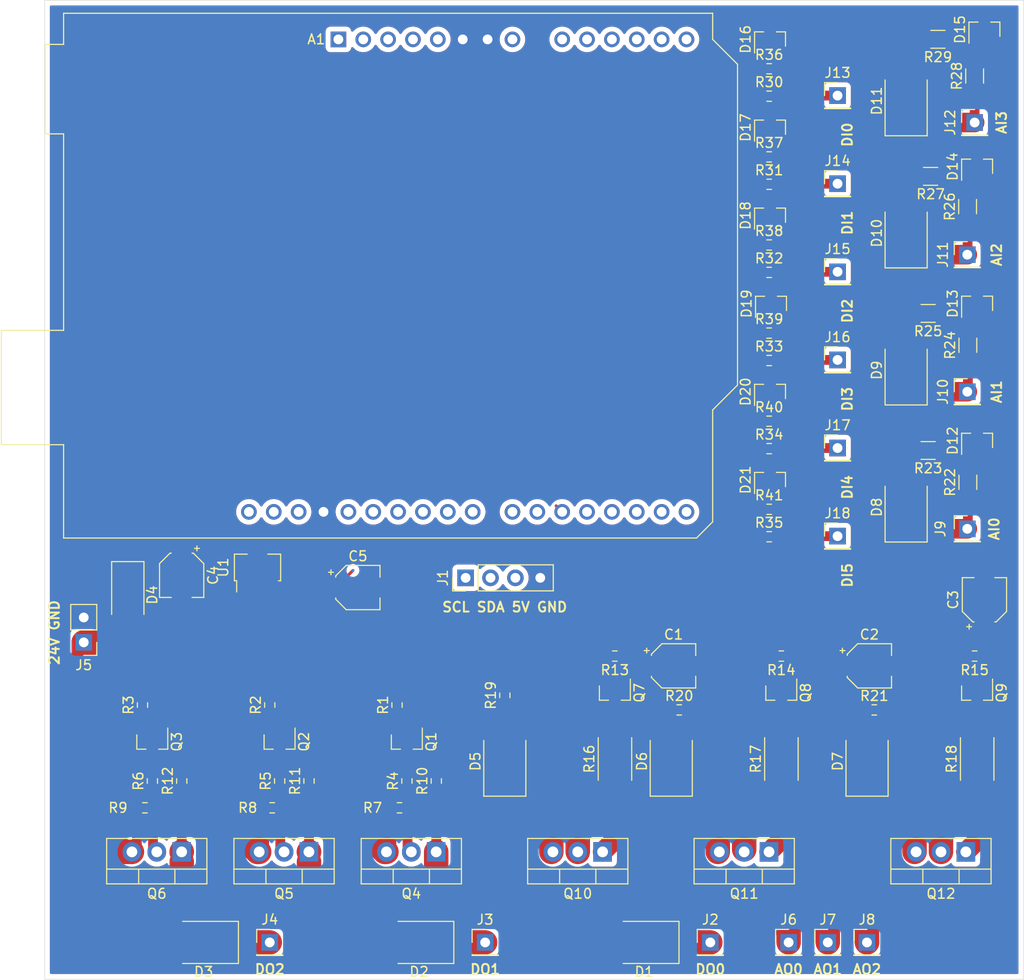
<source format=kicad_pcb>
(kicad_pcb (version 20171130) (host pcbnew "(5.1.12)-1")
  (layers (0 F.Cu signal) (31 B.Cu signal) (34 B.Paste user) (35 F.Paste user) (36 B.SilkS user) (37 F.SilkS user) (38 B.Mask user) (39 F.Mask user) (44 Edge.Cuts user))
  (net 0 "")
  (net 1 "Net-(A1-Pad16)")
  (net 2 "Net-(A1-Pad15)")
  (net 3 "Net-(A1-Pad30)")
  (net 4 /SCL)
  (net 5 GND)
  (net 6 /SDA)
  (net 7 /D13)
  (net 8 /A3)
  (net 9 /D12)
  (net 10 /A2)
  (net 11 /D11)
  (net 12 /A1)
  (net 13 /D10)
  (net 14 /A0)
  (net 15 /D9)
  (net 16 +12V)
  (net 17 /D8)
  (net 18 /DI7)
  (net 19 /DI6)
  (net 20 +5V)
  (net 21 /DI5)
  (net 22 "Net-(A1-Pad4)")
  (net 23 /DI4)
  (net 24 "Net-(A1-Pad3)")
  (net 25 /DI3)
  (net 26 "Net-(A1-Pad2)")
  (net 27 /DI2)
  (net 28 "Net-(A1-Pad1)")
  (net 29 "Net-(C1-Pad1)")
  (net 30 "Net-(C2-Pad1)")
  (net 31 "Net-(C3-Pad1)")
  (net 32 "Net-(C4-Pad1)")
  (net 33 "Net-(D1-Pad2)")
  (net 34 /DO_0)
  (net 35 "Net-(D2-Pad2)")
  (net 36 /DO_1)
  (net 37 "Net-(D3-Pad2)")
  (net 38 /DO_2)
  (net 39 +24V)
  (net 40 "Net-(D5-Pad2)")
  (net 41 /AO_0)
  (net 42 "Net-(D6-Pad2)")
  (net 43 /AO_1)
  (net 44 "Net-(D7-Pad2)")
  (net 45 /AO_2)
  (net 46 /AI_0)
  (net 47 /AI_1)
  (net 48 /AI_2)
  (net 49 /AI_3)
  (net 50 "Net-(Q1-Pad3)")
  (net 51 "Net-(Q1-Pad2)")
  (net 52 "Net-(Q2-Pad3)")
  (net 53 "Net-(Q2-Pad2)")
  (net 54 "Net-(Q3-Pad3)")
  (net 55 "Net-(Q3-Pad2)")
  (net 56 "Net-(Q4-Pad2)")
  (net 57 "Net-(Q5-Pad2)")
  (net 58 "Net-(Q6-Pad2)")
  (net 59 "Net-(Q7-Pad3)")
  (net 60 "Net-(Q8-Pad3)")
  (net 61 "Net-(Q9-Pad3)")
  (net 62 "Net-(Q10-Pad1)")
  (net 63 "Net-(Q11-Pad1)")
  (net 64 "Net-(Q12-Pad1)")
  (net 65 /DI_0)
  (net 66 /DI_1)
  (net 67 /DI_2)
  (net 68 /DI_3)
  (net 69 /DI_4)
  (net 70 /DI_5)
  (module Resistor_SMD:R_1206_3216Metric (layer F.Cu) (at 180.25 45 180)
    (fp_text reference R29 (at 0 -1.82) (layer F.SilkS))
    (fp_text value "1k, 250 mW")
    (pad 2 smd roundrect (at 1.4625 0 180) (size 1.125 1.75) (layers F.Cu F.Paste F.Mask) (roundrect_rratio 0.222222) (net 5 GND))
    (pad 1 smd roundrect (at -1.4625 0 180) (size 1.125 1.75) (layers F.Cu F.Paste F.Mask) (roundrect_rratio 0.222222) (net 8 /A3))
  )
  (module Resistor_SMD:R_1206_3216Metric (layer F.Cu) (at 184 48.75 90)
    (fp_text reference R28 (at 0 -1.82 90) (layer F.SilkS))
    (fp_text value "1k, 250 mW")
    (pad 2 smd roundrect (at 1.4625 0 90) (size 1.125 1.75) (layers F.Cu F.Paste F.Mask) (roundrect_rratio 0.222222) (net 8 /A3))
    (pad 1 smd roundrect (at -1.4625 0 90) (size 1.125 1.75) (layers F.Cu F.Paste F.Mask) (roundrect_rratio 0.222222) (net 49 /AI_3))
  )
  (module Resistor_SMD:R_1206_3216Metric (layer F.Cu) (at 179.5 59 180)
    (fp_text reference R27 (at 0 -1.82) (layer F.SilkS))
    (fp_text value "1k, 250 mW")
    (pad 2 smd roundrect (at 1.4625 0 180) (size 1.125 1.75) (layers F.Cu F.Paste F.Mask) (roundrect_rratio 0.222222) (net 5 GND))
    (pad 1 smd roundrect (at -1.4625 0 180) (size 1.125 1.75) (layers F.Cu F.Paste F.Mask) (roundrect_rratio 0.222222) (net 10 /A2))
  )
  (module Resistor_SMD:R_1206_3216Metric (layer F.Cu) (at 183.28 62.09 90)
    (fp_text reference R26 (at 0 -1.82 90) (layer F.SilkS))
    (fp_text value "1k, 250 mW")
    (pad 2 smd roundrect (at 1.4625 0 90) (size 1.125 1.75) (layers F.Cu F.Paste F.Mask) (roundrect_rratio 0.222222) (net 10 /A2))
    (pad 1 smd roundrect (at -1.4625 0 90) (size 1.125 1.75) (layers F.Cu F.Paste F.Mask) (roundrect_rratio 0.222222) (net 48 /AI_2))
  )
  (module Resistor_SMD:R_1206_3216Metric (layer F.Cu) (at 179.25 73 180)
    (fp_text reference R25 (at 0 -1.82) (layer F.SilkS))
    (fp_text value "1k, 250 mW")
    (pad 2 smd roundrect (at 1.4625 0 180) (size 1.125 1.75) (layers F.Cu F.Paste F.Mask) (roundrect_rratio 0.222222) (net 5 GND))
    (pad 1 smd roundrect (at -1.4625 0 180) (size 1.125 1.75) (layers F.Cu F.Paste F.Mask) (roundrect_rratio 0.222222) (net 12 /A1))
  )
  (module Resistor_SMD:R_1206_3216Metric (layer F.Cu) (at 183.31 76.25 90)
    (fp_text reference R24 (at 0 -1.82 90) (layer F.SilkS))
    (fp_text value "1k, 250 mW")
    (pad 2 smd roundrect (at 1.4625 0 90) (size 1.125 1.75) (layers F.Cu F.Paste F.Mask) (roundrect_rratio 0.222222) (net 12 /A1))
    (pad 1 smd roundrect (at -1.4625 0 90) (size 1.125 1.75) (layers F.Cu F.Paste F.Mask) (roundrect_rratio 0.222222) (net 47 /AI_1))
  )
  (module Resistor_SMD:R_1206_3216Metric (layer F.Cu) (at 179.25 87 180)
    (fp_text reference R23 (at 0 -1.82) (layer F.SilkS))
    (fp_text value "1k, 250 mW")
    (pad 2 smd roundrect (at 1.4625 0 180) (size 1.125 1.75) (layers F.Cu F.Paste F.Mask) (roundrect_rratio 0.222222) (net 5 GND))
    (pad 1 smd roundrect (at -1.4625 0 180) (size 1.125 1.75) (layers F.Cu F.Paste F.Mask) (roundrect_rratio 0.222222) (net 14 /A0))
  )
  (module Resistor_SMD:R_1206_3216Metric (layer F.Cu) (at 183.31 90.25 90)
    (fp_text reference R22 (at 0 -1.82 90) (layer F.SilkS))
    (fp_text value "1k, 250 mW")
    (pad 2 smd roundrect (at 1.4625 0 90) (size 1.125 1.75) (layers F.Cu F.Paste F.Mask) (roundrect_rratio 0.222222) (net 14 /A0))
    (pad 1 smd roundrect (at -1.4625 0 90) (size 1.125 1.75) (layers F.Cu F.Paste F.Mask) (roundrect_rratio 0.222222) (net 46 /AI_0))
  )
  (module Package_TO_SOT_SMD:SOT-89-3 (layer F.Cu) (at 110.75 99.25 90)
    (fp_text reference U1 (at 0.3 -3.5 90) (layer F.SilkS))
    (fp_text value MCP1804T-C002IMB)
    (pad 2 smd custom (at -1.5625 0 90) (size 1.475 0.9) (layers F.Cu F.Paste F.Mask) (net 5 GND) (options (clearance outline) (anchor rect)) (primitives (gr_poly (pts (xy 0.7375 -0.8665) (xy 3.8625 -0.8665) (xy 3.8625 0.8665) (xy 0.7375 0.8665)) (width 0))))
    (pad 3 smd rect (at -1.65 1.5 90) (size 1.3 0.9) (layers F.Cu F.Paste F.Mask) (net 16 +12V))
    (pad 1 smd rect (at -1.65 -1.5 90) (size 1.3 0.9) (layers F.Cu F.Paste F.Mask) (net 32 "Net-(C4-Pad1)"))
  )
  (module Resistor_SMD:R_0603_1608Metric (layer F.Cu) (at 163.01 93.01)
    (fp_text reference R41 (at 0 -1.43) (layer F.SilkS))
    (fp_text value 100k)
    (pad 2 smd roundrect (at 0.825 0) (size 0.8 0.95) (layers F.Cu F.Paste F.Mask) (net 5 GND))
    (pad 1 smd roundrect (at -0.825 0) (size 0.8 0.95) (layers F.Cu F.Paste F.Mask) (net 18 /DI7))
  )
  (module Resistor_SMD:R_0603_1608Metric (layer F.Cu) (at 163.01 84.01)
    (fp_text reference R40 (at 0 -1.43) (layer F.SilkS))
    (fp_text value 100k)
    (pad 2 smd roundrect (at 0.825 0) (size 0.8 0.95) (layers F.Cu F.Paste F.Mask) (net 5 GND))
    (pad 1 smd roundrect (at -0.825 0) (size 0.8 0.95) (layers F.Cu F.Paste F.Mask) (net 19 /DI6))
  )
  (module Resistor_SMD:R_0603_1608Metric (layer F.Cu) (at 163.01 75.01)
    (fp_text reference R39 (at 0 -1.43) (layer F.SilkS))
    (fp_text value 100k)
    (pad 2 smd roundrect (at 0.825 0) (size 0.8 0.95) (layers F.Cu F.Paste F.Mask) (net 5 GND))
    (pad 1 smd roundrect (at -0.825 0) (size 0.8 0.95) (layers F.Cu F.Paste F.Mask) (net 21 /DI5))
  )
  (module Resistor_SMD:R_0603_1608Metric (layer F.Cu) (at 163.01 66.01)
    (fp_text reference R38 (at 0 -1.43) (layer F.SilkS))
    (fp_text value 100k)
    (pad 2 smd roundrect (at 0.825 0) (size 0.8 0.95) (layers F.Cu F.Paste F.Mask) (net 5 GND))
    (pad 1 smd roundrect (at -0.825 0) (size 0.8 0.95) (layers F.Cu F.Paste F.Mask) (net 23 /DI4))
  )
  (module Resistor_SMD:R_0603_1608Metric (layer F.Cu) (at 163.01 57.01)
    (fp_text reference R37 (at 0 -1.43) (layer F.SilkS))
    (fp_text value 100k)
    (pad 2 smd roundrect (at 0.825 0) (size 0.8 0.95) (layers F.Cu F.Paste F.Mask) (net 5 GND))
    (pad 1 smd roundrect (at -0.825 0) (size 0.8 0.95) (layers F.Cu F.Paste F.Mask) (net 25 /DI3))
  )
  (module Resistor_SMD:R_0603_1608Metric (layer F.Cu) (at 163.01 48.01)
    (fp_text reference R36 (at 0 -1.43) (layer F.SilkS))
    (fp_text value 100k)
    (pad 2 smd roundrect (at 0.825 0) (size 0.8 0.95) (layers F.Cu F.Paste F.Mask) (net 5 GND))
    (pad 1 smd roundrect (at -0.825 0) (size 0.8 0.95) (layers F.Cu F.Paste F.Mask) (net 27 /DI2))
  )
  (module Resistor_SMD:R_0603_1608Metric (layer F.Cu) (at 163.01 95.81)
    (fp_text reference R35 (at 0 -1.43) (layer F.SilkS))
    (fp_text value 10k)
    (pad 2 smd roundrect (at 0.825 0) (size 0.8 0.95) (layers F.Cu F.Paste F.Mask) (net 70 /DI_5))
    (pad 1 smd roundrect (at -0.825 0) (size 0.8 0.95) (layers F.Cu F.Paste F.Mask) (net 18 /DI7))
  )
  (module Resistor_SMD:R_0603_1608Metric (layer F.Cu) (at 163.01 86.81)
    (fp_text reference R34 (at 0 -1.43) (layer F.SilkS))
    (fp_text value 10k)
    (pad 2 smd roundrect (at 0.825 0) (size 0.8 0.95) (layers F.Cu F.Paste F.Mask) (net 69 /DI_4))
    (pad 1 smd roundrect (at -0.825 0) (size 0.8 0.95) (layers F.Cu F.Paste F.Mask) (net 19 /DI6))
  )
  (module Resistor_SMD:R_0603_1608Metric (layer F.Cu) (at 163.01 77.81)
    (fp_text reference R33 (at 0 -1.43) (layer F.SilkS))
    (fp_text value 10k)
    (pad 2 smd roundrect (at 0.825 0) (size 0.8 0.95) (layers F.Cu F.Paste F.Mask) (net 68 /DI_3))
    (pad 1 smd roundrect (at -0.825 0) (size 0.8 0.95) (layers F.Cu F.Paste F.Mask) (net 21 /DI5))
  )
  (module Resistor_SMD:R_0603_1608Metric (layer F.Cu) (at 163.01 68.81)
    (fp_text reference R32 (at 0 -1.43) (layer F.SilkS))
    (fp_text value 10k)
    (pad 2 smd roundrect (at 0.825 0) (size 0.8 0.95) (layers F.Cu F.Paste F.Mask) (net 67 /DI_2))
    (pad 1 smd roundrect (at -0.825 0) (size 0.8 0.95) (layers F.Cu F.Paste F.Mask) (net 23 /DI4))
  )
  (module Resistor_SMD:R_0603_1608Metric (layer F.Cu) (at 163.01 59.81)
    (fp_text reference R31 (at 0 -1.43) (layer F.SilkS))
    (fp_text value 10k)
    (pad 2 smd roundrect (at 0.825 0) (size 0.8 0.95) (layers F.Cu F.Paste F.Mask) (net 66 /DI_1))
    (pad 1 smd roundrect (at -0.825 0) (size 0.8 0.95) (layers F.Cu F.Paste F.Mask) (net 25 /DI3))
  )
  (module Resistor_SMD:R_0603_1608Metric (layer F.Cu) (at 163.01 50.81)
    (fp_text reference R30 (at 0 -1.43) (layer F.SilkS))
    (fp_text value 10k)
    (pad 2 smd roundrect (at 0.825 0) (size 0.8 0.95) (layers F.Cu F.Paste F.Mask) (net 65 /DI_0))
    (pad 1 smd roundrect (at -0.825 0) (size 0.8 0.95) (layers F.Cu F.Paste F.Mask) (net 27 /DI2))
  )
  (module Resistor_SMD:R_0603_1608Metric (layer F.Cu) (at 173.75 113.5)
    (fp_text reference R21 (at 0 -1.43) (layer F.SilkS))
    (fp_text value 100k)
    (pad 2 smd roundrect (at 0.825 0) (size 0.8 0.95) (layers F.Cu F.Paste F.Mask) (net 5 GND))
    (pad 1 smd roundrect (at -0.825 0) (size 0.8 0.95) (layers F.Cu F.Paste F.Mask) (net 44 "Net-(D7-Pad2)"))
  )
  (module Resistor_SMD:R_0603_1608Metric (layer F.Cu) (at 153.825 113.5)
    (fp_text reference R20 (at 0 -1.43) (layer F.SilkS))
    (fp_text value 100k)
    (pad 2 smd roundrect (at 0.825 0) (size 0.8 0.95) (layers F.Cu F.Paste F.Mask) (net 5 GND))
    (pad 1 smd roundrect (at -0.825 0) (size 0.8 0.95) (layers F.Cu F.Paste F.Mask) (net 42 "Net-(D6-Pad2)"))
  )
  (module Resistor_SMD:R_0603_1608Metric (layer F.Cu) (at 136.01 112.01 90)
    (fp_text reference R19 (at 0 -1.43 90) (layer F.SilkS))
    (fp_text value 100k)
    (pad 2 smd roundrect (at 0.825 0 90) (size 0.8 0.95) (layers F.Cu F.Paste F.Mask) (net 5 GND))
    (pad 1 smd roundrect (at -0.825 0 90) (size 0.8 0.95) (layers F.Cu F.Paste F.Mask) (net 40 "Net-(D5-Pad2)"))
  )
  (module Resistor_SMD:R_2512_6332Metric (layer F.Cu) (at 184.26 118.51 90)
    (fp_text reference R18 (at 0 -2.62 90) (layer F.SilkS))
    (fp_text value "1k, 1W")
    (pad 2 smd roundrect (at 2.9625 0 90) (size 1.225 3.35) (layers F.Cu F.Paste F.Mask) (roundrect_rratio 0.204082) (net 61 "Net-(Q9-Pad3)"))
    (pad 1 smd roundrect (at -2.9625 0 90) (size 1.225 3.35) (layers F.Cu F.Paste F.Mask) (roundrect_rratio 0.204082) (net 64 "Net-(Q12-Pad1)"))
  )
  (module Resistor_SMD:R_2512_6332Metric (layer F.Cu) (at 164.26 118.51 90)
    (fp_text reference R17 (at 0 -2.62 90) (layer F.SilkS))
    (fp_text value "1k, 1W")
    (pad 2 smd roundrect (at 2.9625 0 90) (size 1.225 3.35) (layers F.Cu F.Paste F.Mask) (roundrect_rratio 0.204082) (net 60 "Net-(Q8-Pad3)"))
    (pad 1 smd roundrect (at -2.9625 0 90) (size 1.225 3.35) (layers F.Cu F.Paste F.Mask) (roundrect_rratio 0.204082) (net 63 "Net-(Q11-Pad1)"))
  )
  (module Resistor_SMD:R_2512_6332Metric (layer F.Cu) (at 147.26 118.51 90)
    (fp_text reference R16 (at 0 -2.62 90) (layer F.SilkS))
    (fp_text value "1k, 1W")
    (pad 2 smd roundrect (at 2.9625 0 90) (size 1.225 3.35) (layers F.Cu F.Paste F.Mask) (roundrect_rratio 0.204082) (net 59 "Net-(Q7-Pad3)"))
    (pad 1 smd roundrect (at -2.9625 0 90) (size 1.225 3.35) (layers F.Cu F.Paste F.Mask) (roundrect_rratio 0.204082) (net 62 "Net-(Q10-Pad1)"))
  )
  (module Resistor_SMD:R_0603_1608Metric (layer F.Cu) (at 184 108 180)
    (fp_text reference R15 (at 0 -1.43) (layer F.SilkS))
    (fp_text value 100)
    (pad 2 smd roundrect (at 0.825 0 180) (size 0.8 0.95) (layers F.Cu F.Paste F.Mask) (net 11 /D11))
    (pad 1 smd roundrect (at -0.825 0 180) (size 0.8 0.95) (layers F.Cu F.Paste F.Mask) (net 31 "Net-(C3-Pad1)"))
  )
  (module Resistor_SMD:R_0603_1608Metric (layer F.Cu) (at 164.25 108 180)
    (fp_text reference R14 (at 0 -1.43) (layer F.SilkS))
    (fp_text value 100)
    (pad 2 smd roundrect (at 0.825 0 180) (size 0.8 0.95) (layers F.Cu F.Paste F.Mask) (net 13 /D10))
    (pad 1 smd roundrect (at -0.825 0 180) (size 0.8 0.95) (layers F.Cu F.Paste F.Mask) (net 30 "Net-(C2-Pad1)"))
  )
  (module Resistor_SMD:R_0603_1608Metric (layer F.Cu) (at 147.25 108 180)
    (fp_text reference R13 (at 0 -1.43) (layer F.SilkS))
    (fp_text value 100)
    (pad 2 smd roundrect (at 0.825 0 180) (size 0.8 0.95) (layers F.Cu F.Paste F.Mask) (net 15 /D9))
    (pad 1 smd roundrect (at -0.825 0 180) (size 0.8 0.95) (layers F.Cu F.Paste F.Mask) (net 29 "Net-(C1-Pad1)"))
  )
  (module Resistor_SMD:R_0603_1608Metric (layer F.Cu) (at 103.01 120.76 90)
    (fp_text reference R12 (at 0 -1.43 90) (layer F.SilkS))
    (fp_text value 100k)
    (pad 2 smd roundrect (at 0.825 0 90) (size 0.8 0.95) (layers F.Cu F.Paste F.Mask) (net 5 GND))
    (pad 1 smd roundrect (at -0.825 0 90) (size 0.8 0.95) (layers F.Cu F.Paste F.Mask) (net 37 "Net-(D3-Pad2)"))
  )
  (module Resistor_SMD:R_0603_1608Metric (layer F.Cu) (at 116.01 120.76 90)
    (fp_text reference R11 (at 0 -1.43 90) (layer F.SilkS))
    (fp_text value 100k)
    (pad 2 smd roundrect (at 0.825 0 90) (size 0.8 0.95) (layers F.Cu F.Paste F.Mask) (net 5 GND))
    (pad 1 smd roundrect (at -0.825 0 90) (size 0.8 0.95) (layers F.Cu F.Paste F.Mask) (net 35 "Net-(D2-Pad2)"))
  )
  (module Resistor_SMD:R_0603_1608Metric (layer F.Cu) (at 129.01 120.76 90)
    (fp_text reference R10 (at 0 -1.43 90) (layer F.SilkS))
    (fp_text value 100k)
    (pad 2 smd roundrect (at 0.825 0 90) (size 0.8 0.95) (layers F.Cu F.Paste F.Mask) (net 5 GND))
    (pad 1 smd roundrect (at -0.825 0 90) (size 0.8 0.95) (layers F.Cu F.Paste F.Mask) (net 33 "Net-(D1-Pad2)"))
  )
  (module Resistor_SMD:R_0603_1608Metric (layer F.Cu) (at 99.25 123.5)
    (fp_text reference R9 (at -2.75 0) (layer F.SilkS))
    (fp_text value 100k)
    (pad 2 smd roundrect (at 0.825 0) (size 0.8 0.95) (layers F.Cu F.Paste F.Mask) (net 58 "Net-(Q6-Pad2)"))
    (pad 1 smd roundrect (at -0.825 0) (size 0.8 0.95) (layers F.Cu F.Paste F.Mask) (net 39 +24V))
  )
  (module Resistor_SMD:R_0603_1608Metric (layer F.Cu) (at 112.25 123.5)
    (fp_text reference R8 (at -2.5 0) (layer F.SilkS))
    (fp_text value 100k)
    (pad 2 smd roundrect (at 0.825 0) (size 0.8 0.95) (layers F.Cu F.Paste F.Mask) (net 57 "Net-(Q5-Pad2)"))
    (pad 1 smd roundrect (at -0.825 0) (size 0.8 0.95) (layers F.Cu F.Paste F.Mask) (net 39 +24V))
  )
  (module Resistor_SMD:R_0603_1608Metric (layer F.Cu) (at 125.25 123.5)
    (fp_text reference R7 (at -2.75 0) (layer F.SilkS))
    (fp_text value 100k)
    (pad 2 smd roundrect (at 0.825 0) (size 0.8 0.95) (layers F.Cu F.Paste F.Mask) (net 56 "Net-(Q4-Pad2)"))
    (pad 1 smd roundrect (at -0.825 0) (size 0.8 0.95) (layers F.Cu F.Paste F.Mask) (net 39 +24V))
  )
  (module Resistor_SMD:R_0603_1608Metric (layer F.Cu) (at 100.01 120.76 90)
    (fp_text reference R6 (at 0 -1.43 90) (layer F.SilkS))
    (fp_text value 100k)
    (pad 2 smd roundrect (at 0.825 0 90) (size 0.8 0.95) (layers F.Cu F.Paste F.Mask) (net 54 "Net-(Q3-Pad3)"))
    (pad 1 smd roundrect (at -0.825 0 90) (size 0.8 0.95) (layers F.Cu F.Paste F.Mask) (net 58 "Net-(Q6-Pad2)"))
  )
  (module Resistor_SMD:R_0603_1608Metric (layer F.Cu) (at 113.01 120.76 90)
    (fp_text reference R5 (at 0 -1.43 90) (layer F.SilkS))
    (fp_text value 100k)
    (pad 2 smd roundrect (at 0.825 0 90) (size 0.8 0.95) (layers F.Cu F.Paste F.Mask) (net 52 "Net-(Q2-Pad3)"))
    (pad 1 smd roundrect (at -0.825 0 90) (size 0.8 0.95) (layers F.Cu F.Paste F.Mask) (net 57 "Net-(Q5-Pad2)"))
  )
  (module Resistor_SMD:R_0603_1608Metric (layer F.Cu) (at 126.01 120.76 90)
    (fp_text reference R4 (at 0 -1.43 90) (layer F.SilkS))
    (fp_text value 100k)
    (pad 2 smd roundrect (at 0.825 0 90) (size 0.8 0.95) (layers F.Cu F.Paste F.Mask) (net 50 "Net-(Q1-Pad3)"))
    (pad 1 smd roundrect (at -0.825 0 90) (size 0.8 0.95) (layers F.Cu F.Paste F.Mask) (net 56 "Net-(Q4-Pad2)"))
  )
  (module Resistor_SMD:R_0603_1608Metric (layer F.Cu) (at 99 113 90)
    (fp_text reference R3 (at 0 -1.43 90) (layer F.SilkS))
    (fp_text value 100)
    (pad 2 smd roundrect (at 0.825 0 90) (size 0.8 0.95) (layers F.Cu F.Paste F.Mask) (net 7 /D13))
    (pad 1 smd roundrect (at -0.825 0 90) (size 0.8 0.95) (layers F.Cu F.Paste F.Mask) (net 55 "Net-(Q3-Pad2)"))
  )
  (module Resistor_SMD:R_0603_1608Metric (layer F.Cu) (at 112 113 90)
    (fp_text reference R2 (at 0 -1.43 90) (layer F.SilkS))
    (fp_text value 100)
    (pad 2 smd roundrect (at 0.825 0 90) (size 0.8 0.95) (layers F.Cu F.Paste F.Mask) (net 9 /D12))
    (pad 1 smd roundrect (at -0.825 0 90) (size 0.8 0.95) (layers F.Cu F.Paste F.Mask) (net 53 "Net-(Q2-Pad2)"))
  )
  (module Resistor_SMD:R_0603_1608Metric (layer F.Cu) (at 125 113 90)
    (fp_text reference R1 (at 0 -1.43 90) (layer F.SilkS))
    (fp_text value 100)
    (pad 2 smd roundrect (at 0.825 0 90) (size 0.8 0.95) (layers F.Cu F.Paste F.Mask) (net 17 /D8))
    (pad 1 smd roundrect (at -0.825 0 90) (size 0.8 0.95) (layers F.Cu F.Paste F.Mask) (net 51 "Net-(Q1-Pad2)"))
  )
  (module Package_TO_SOT_SMD:SOT-23 (layer F.Cu) (at 184.25 111.75 270)
    (fp_text reference Q9 (at 0 -2.5 90) (layer F.SilkS))
    (fp_text value "2N2222 ")
    (pad 3 smd rect (at 1 0 270) (size 0.9 0.8) (layers F.Cu F.Paste F.Mask) (net 61 "Net-(Q9-Pad3)"))
    (pad 2 smd rect (at -1 0.95 270) (size 0.9 0.8) (layers F.Cu F.Paste F.Mask) (net 31 "Net-(C3-Pad1)"))
    (pad 1 smd rect (at -1 -0.95 270) (size 0.9 0.8) (layers F.Cu F.Paste F.Mask) (net 5 GND))
  )
  (module Package_TO_SOT_SMD:SOT-23 (layer F.Cu) (at 164.25 111.75 270)
    (fp_text reference Q8 (at 0 -2.5 90) (layer F.SilkS))
    (fp_text value "2N2222 ")
    (pad 3 smd rect (at 1 0 270) (size 0.9 0.8) (layers F.Cu F.Paste F.Mask) (net 60 "Net-(Q8-Pad3)"))
    (pad 2 smd rect (at -1 0.95 270) (size 0.9 0.8) (layers F.Cu F.Paste F.Mask) (net 30 "Net-(C2-Pad1)"))
    (pad 1 smd rect (at -1 -0.95 270) (size 0.9 0.8) (layers F.Cu F.Paste F.Mask) (net 5 GND))
  )
  (module Package_TO_SOT_SMD:SOT-23 (layer F.Cu) (at 147.25 111.75 270)
    (fp_text reference Q7 (at 0 -2.5 90) (layer F.SilkS))
    (fp_text value "2N2222 ")
    (pad 3 smd rect (at 1 0 270) (size 0.9 0.8) (layers F.Cu F.Paste F.Mask) (net 59 "Net-(Q7-Pad3)"))
    (pad 2 smd rect (at -1 0.95 270) (size 0.9 0.8) (layers F.Cu F.Paste F.Mask) (net 29 "Net-(C1-Pad1)"))
    (pad 1 smd rect (at -1 -0.95 270) (size 0.9 0.8) (layers F.Cu F.Paste F.Mask) (net 5 GND))
  )
  (module Package_TO_SOT_SMD:SOT-23 (layer F.Cu) (at 100 116.75 270)
    (fp_text reference Q3 (at 0 -2.5 90) (layer F.SilkS))
    (fp_text value "2N2222 ")
    (pad 3 smd rect (at 1 0 270) (size 0.9 0.8) (layers F.Cu F.Paste F.Mask) (net 54 "Net-(Q3-Pad3)"))
    (pad 2 smd rect (at -1 0.95 270) (size 0.9 0.8) (layers F.Cu F.Paste F.Mask) (net 55 "Net-(Q3-Pad2)"))
    (pad 1 smd rect (at -1 -0.95 270) (size 0.9 0.8) (layers F.Cu F.Paste F.Mask) (net 5 GND))
  )
  (module Package_TO_SOT_SMD:SOT-23 (layer F.Cu) (at 113 116.75 270)
    (fp_text reference Q2 (at 0 -2.5 90) (layer F.SilkS))
    (fp_text value "2N2222 ")
    (pad 3 smd rect (at 1 0 270) (size 0.9 0.8) (layers F.Cu F.Paste F.Mask) (net 52 "Net-(Q2-Pad3)"))
    (pad 2 smd rect (at -1 0.95 270) (size 0.9 0.8) (layers F.Cu F.Paste F.Mask) (net 53 "Net-(Q2-Pad2)"))
    (pad 1 smd rect (at -1 -0.95 270) (size 0.9 0.8) (layers F.Cu F.Paste F.Mask) (net 5 GND))
  )
  (module Package_TO_SOT_SMD:SOT-23 (layer F.Cu) (at 126 116.75 270)
    (fp_text reference Q1 (at 0 -2.5 90) (layer F.SilkS))
    (fp_text value "2N2222 ")
    (pad 3 smd rect (at 1 0 270) (size 0.9 0.8) (layers F.Cu F.Paste F.Mask) (net 50 "Net-(Q1-Pad3)"))
    (pad 2 smd rect (at -1 0.95 270) (size 0.9 0.8) (layers F.Cu F.Paste F.Mask) (net 51 "Net-(Q1-Pad2)"))
    (pad 1 smd rect (at -1 -0.95 270) (size 0.9 0.8) (layers F.Cu F.Paste F.Mask) (net 5 GND))
  )
  (module Package_TO_SOT_SMD:SOT-23 (layer F.Cu) (at 163.1 90 90)
    (fp_text reference D21 (at 0 -2.5 90) (layer F.SilkS))
    (fp_text value 5.2V)
    (pad 3 smd rect (at 1 0 90) (size 0.9 0.8) (layers F.Cu F.Paste F.Mask))
    (pad 2 smd rect (at -1 0.95 90) (size 0.9 0.8) (layers F.Cu F.Paste F.Mask) (net 5 GND))
    (pad 1 smd rect (at -1 -0.95 90) (size 0.9 0.8) (layers F.Cu F.Paste F.Mask) (net 18 /DI7))
  )
  (module Package_TO_SOT_SMD:SOT-23 (layer F.Cu) (at 163.1 81 90)
    (fp_text reference D20 (at 0 -2.5 90) (layer F.SilkS))
    (fp_text value 5.2V)
    (pad 3 smd rect (at 1 0 90) (size 0.9 0.8) (layers F.Cu F.Paste F.Mask))
    (pad 2 smd rect (at -1 0.95 90) (size 0.9 0.8) (layers F.Cu F.Paste F.Mask) (net 5 GND))
    (pad 1 smd rect (at -1 -0.95 90) (size 0.9 0.8) (layers F.Cu F.Paste F.Mask) (net 19 /DI6))
  )
  (module Package_TO_SOT_SMD:SOT-23 (layer F.Cu) (at 163.2 72.01 90)
    (fp_text reference D19 (at 0 -2.5 90) (layer F.SilkS))
    (fp_text value 5.2V)
    (pad 3 smd rect (at 1 0 90) (size 0.9 0.8) (layers F.Cu F.Paste F.Mask))
    (pad 2 smd rect (at -1 0.95 90) (size 0.9 0.8) (layers F.Cu F.Paste F.Mask) (net 5 GND))
    (pad 1 smd rect (at -1 -0.95 90) (size 0.9 0.8) (layers F.Cu F.Paste F.Mask) (net 21 /DI5))
  )
  (module Package_TO_SOT_SMD:SOT-23 (layer F.Cu) (at 163.1 63 90)
    (fp_text reference D18 (at 0 -2.5 90) (layer F.SilkS))
    (fp_text value 5.2V)
    (pad 3 smd rect (at 1 0 90) (size 0.9 0.8) (layers F.Cu F.Paste F.Mask))
    (pad 2 smd rect (at -1 0.95 90) (size 0.9 0.8) (layers F.Cu F.Paste F.Mask) (net 5 GND))
    (pad 1 smd rect (at -1 -0.95 90) (size 0.9 0.8) (layers F.Cu F.Paste F.Mask) (net 23 /DI4))
  )
  (module Package_TO_SOT_SMD:SOT-23 (layer F.Cu) (at 163.1 54.01 90)
    (fp_text reference D17 (at 0 -2.5 90) (layer F.SilkS))
    (fp_text value 5.2V)
    (pad 3 smd rect (at 1 0 90) (size 0.9 0.8) (layers F.Cu F.Paste F.Mask))
    (pad 2 smd rect (at -1 0.95 90) (size 0.9 0.8) (layers F.Cu F.Paste F.Mask) (net 5 GND))
    (pad 1 smd rect (at -1 -0.95 90) (size 0.9 0.8) (layers F.Cu F.Paste F.Mask) (net 25 /DI3))
  )
  (module Package_TO_SOT_SMD:SOT-23 (layer F.Cu) (at 163.1 45 90)
    (fp_text reference D16 (at 0 -2.5 90) (layer F.SilkS))
    (fp_text value 5.2V)
    (pad 3 smd rect (at 1 0 90) (size 0.9 0.8) (layers F.Cu F.Paste F.Mask))
    (pad 2 smd rect (at -1 0.95 90) (size 0.9 0.8) (layers F.Cu F.Paste F.Mask) (net 5 GND))
    (pad 1 smd rect (at -1 -0.95 90) (size 0.9 0.8) (layers F.Cu F.Paste F.Mask) (net 27 /DI2))
  )
  (module Package_TO_SOT_SMD:SOT-23 (layer F.Cu) (at 185 44 90)
    (fp_text reference D15 (at 0 -2.5 90) (layer F.SilkS))
    (fp_text value 5.2V)
    (pad 3 smd rect (at 1 0 90) (size 0.9 0.8) (layers F.Cu F.Paste F.Mask))
    (pad 2 smd rect (at -1 0.95 90) (size 0.9 0.8) (layers F.Cu F.Paste F.Mask) (net 5 GND))
    (pad 1 smd rect (at -1 -0.95 90) (size 0.9 0.8) (layers F.Cu F.Paste F.Mask) (net 8 /A3))
  )
  (module Package_TO_SOT_SMD:SOT-23 (layer F.Cu) (at 184.25 58 90)
    (fp_text reference D14 (at 0 -2.5 90) (layer F.SilkS))
    (fp_text value 5.2V)
    (pad 3 smd rect (at 1 0 90) (size 0.9 0.8) (layers F.Cu F.Paste F.Mask))
    (pad 2 smd rect (at -1 0.95 90) (size 0.9 0.8) (layers F.Cu F.Paste F.Mask) (net 5 GND))
    (pad 1 smd rect (at -1 -0.95 90) (size 0.9 0.8) (layers F.Cu F.Paste F.Mask) (net 10 /A2))
  )
  (module Package_TO_SOT_SMD:SOT-23 (layer F.Cu) (at 184.25 72 90)
    (fp_text reference D13 (at 0 -2.5 90) (layer F.SilkS))
    (fp_text value 5.2V)
    (pad 3 smd rect (at 1 0 90) (size 0.9 0.8) (layers F.Cu F.Paste F.Mask))
    (pad 2 smd rect (at -1 0.95 90) (size 0.9 0.8) (layers F.Cu F.Paste F.Mask) (net 5 GND))
    (pad 1 smd rect (at -1 -0.95 90) (size 0.9 0.8) (layers F.Cu F.Paste F.Mask) (net 12 /A1))
  )
  (module Package_TO_SOT_SMD:SOT-23 (layer F.Cu) (at 184.25 86 90)
    (fp_text reference D12 (at 0 -2.5 90) (layer F.SilkS))
    (fp_text value 5.2V)
    (pad 3 smd rect (at 1 0 90) (size 0.9 0.8) (layers F.Cu F.Paste F.Mask))
    (pad 2 smd rect (at -1 0.95 90) (size 0.9 0.8) (layers F.Cu F.Paste F.Mask) (net 5 GND))
    (pad 1 smd rect (at -1 -0.95 90) (size 0.9 0.8) (layers F.Cu F.Paste F.Mask) (net 14 /A0))
  )
  (module Diode_SMD:D_SMB (layer F.Cu) (at 177 51.3 90)
    (fp_text reference D11 (at 0 -3 90) (layer F.SilkS))
    (fp_text value 1N5400K)
    (pad 2 smd rect (at 2.15 0 90) (size 2.5 2.3) (layers F.Cu F.Paste F.Mask) (net 5 GND))
    (pad 1 smd rect (at -2.15 0 90) (size 2.5 2.3) (layers F.Cu F.Paste F.Mask) (net 49 /AI_3))
  )
  (module Diode_SMD:D_SMB (layer F.Cu) (at 177 64.8 90)
    (fp_text reference D10 (at 0 -3 90) (layer F.SilkS))
    (fp_text value 1N5400K)
    (pad 2 smd rect (at 2.15 0 90) (size 2.5 2.3) (layers F.Cu F.Paste F.Mask) (net 5 GND))
    (pad 1 smd rect (at -2.15 0 90) (size 2.5 2.3) (layers F.Cu F.Paste F.Mask) (net 48 /AI_2))
  )
  (module Diode_SMD:D_SMB (layer F.Cu) (at 177 78.8 90)
    (fp_text reference D9 (at 0 -3 90) (layer F.SilkS))
    (fp_text value 1N5400K)
    (pad 2 smd rect (at 2.15 0 90) (size 2.5 2.3) (layers F.Cu F.Paste F.Mask) (net 5 GND))
    (pad 1 smd rect (at -2.15 0 90) (size 2.5 2.3) (layers F.Cu F.Paste F.Mask) (net 47 /AI_1))
  )
  (module Diode_SMD:D_SMB (layer F.Cu) (at 177 92.8 90)
    (fp_text reference D8 (at 0 -3 90) (layer F.SilkS))
    (fp_text value 1N5400K)
    (pad 2 smd rect (at 2.15 0 90) (size 2.5 2.3) (layers F.Cu F.Paste F.Mask) (net 5 GND))
    (pad 1 smd rect (at -2.15 0 90) (size 2.5 2.3) (layers F.Cu F.Paste F.Mask) (net 46 /AI_0))
  )
  (module Diode_SMD:D_SMB (layer F.Cu) (at 173.01 118.76 90)
    (fp_text reference D7 (at 0 -3 90) (layer F.SilkS))
    (fp_text value 1N5400K)
    (pad 2 smd rect (at 2.15 0 90) (size 2.5 2.3) (layers F.Cu F.Paste F.Mask) (net 44 "Net-(D7-Pad2)"))
    (pad 1 smd rect (at -2.15 0 90) (size 2.5 2.3) (layers F.Cu F.Paste F.Mask) (net 45 /AO_2))
  )
  (module Diode_SMD:D_SMB (layer F.Cu) (at 153.01 118.76 90)
    (fp_text reference D6 (at 0 -3 90) (layer F.SilkS))
    (fp_text value 1N5400K)
    (pad 2 smd rect (at 2.15 0 90) (size 2.5 2.3) (layers F.Cu F.Paste F.Mask) (net 42 "Net-(D6-Pad2)"))
    (pad 1 smd rect (at -2.15 0 90) (size 2.5 2.3) (layers F.Cu F.Paste F.Mask) (net 43 /AO_1))
  )
  (module Diode_SMD:D_SMB (layer F.Cu) (at 136.01 118.76 90)
    (fp_text reference D5 (at 0 -3 90) (layer F.SilkS))
    (fp_text value 1N5400K)
    (pad 2 smd rect (at 2.15 0 90) (size 2.5 2.3) (layers F.Cu F.Paste F.Mask) (net 40 "Net-(D5-Pad2)"))
    (pad 1 smd rect (at -2.15 0 90) (size 2.5 2.3) (layers F.Cu F.Paste F.Mask) (net 41 /AO_0))
  )
  (module Diode_SMD:D_SMA (layer F.Cu) (at 97.5 101.75 270)
    (fp_text reference D4 (at 0 -2.5 90) (layer F.SilkS))
    (fp_text value "600V 1A")
    (pad 2 smd rect (at 2 0 270) (size 2.5 1.8) (layers F.Cu F.Paste F.Mask) (net 39 +24V))
    (pad 1 smd rect (at -2 0 270) (size 2.5 1.8) (layers F.Cu F.Paste F.Mask) (net 32 "Net-(C4-Pad1)"))
  )
  (module Diode_SMD:D_SMB (layer F.Cu) (at 105.25 137.25 180)
    (fp_text reference D3 (at 0 -3) (layer F.SilkS))
    (fp_text value 1N5400K)
    (pad 2 smd rect (at 2.15 0 180) (size 2.5 2.3) (layers F.Cu F.Paste F.Mask) (net 37 "Net-(D3-Pad2)"))
    (pad 1 smd rect (at -2.15 0 180) (size 2.5 2.3) (layers F.Cu F.Paste F.Mask) (net 38 /DO_2))
  )
  (module Diode_SMD:D_SMB (layer F.Cu) (at 127.25 137.25 180)
    (fp_text reference D2 (at 0 -3) (layer F.SilkS))
    (fp_text value 1N5400K)
    (pad 2 smd rect (at 2.15 0 180) (size 2.5 2.3) (layers F.Cu F.Paste F.Mask) (net 35 "Net-(D2-Pad2)"))
    (pad 1 smd rect (at -2.15 0 180) (size 2.5 2.3) (layers F.Cu F.Paste F.Mask) (net 36 /DO_1))
  )
  (module Diode_SMD:D_SMB (layer F.Cu) (at 150.25 137.25 180)
    (fp_text reference D1 (at 0 -3) (layer F.SilkS))
    (fp_text value 1N5400K)
    (pad 2 smd rect (at 2.15 0 180) (size 2.5 2.3) (layers F.Cu F.Paste F.Mask) (net 33 "Net-(D1-Pad2)"))
    (pad 1 smd rect (at -2.15 0 180) (size 2.5 2.3) (layers F.Cu F.Paste F.Mask) (net 34 /DO_0))
  )
  (module Capacitor_SMD:CP_Elec_4x5.4 (layer F.Cu) (at 121 101)
    (fp_text reference C5 (at 0 -3.2) (layer F.SilkS))
    (fp_text value 0.1uF)
    (pad 2 smd roundrect (at 1.8 0) (size 2.6 1.6) (layers F.Cu F.Paste F.Mask) (roundrect_rratio 0.15625) (net 5 GND))
    (pad 1 smd roundrect (at -1.8 0) (size 2.6 1.6) (layers F.Cu F.Paste F.Mask) (roundrect_rratio 0.15625) (net 16 +12V))
  )
  (module Capacitor_SMD:CP_Elec_4x5.4 (layer F.Cu) (at 103 99.75 270)
    (fp_text reference C4 (at 0 -3.2 90) (layer F.SilkS))
    (fp_text value 0.33uF)
    (pad 2 smd roundrect (at 1.8 0 270) (size 2.6 1.6) (layers F.Cu F.Paste F.Mask) (roundrect_rratio 0.15625) (net 5 GND))
    (pad 1 smd roundrect (at -1.8 0 270) (size 2.6 1.6) (layers F.Cu F.Paste F.Mask) (roundrect_rratio 0.15625) (net 32 "Net-(C4-Pad1)"))
  )
  (module Capacitor_SMD:CP_Elec_4x5.4 (layer F.Cu) (at 185 102.25 90)
    (fp_text reference C3 (at 0 -3.2 90) (layer F.SilkS))
    (fp_text value 33uF)
    (pad 2 smd roundrect (at 1.8 0 90) (size 2.6 1.6) (layers F.Cu F.Paste F.Mask) (roundrect_rratio 0.15625) (net 5 GND))
    (pad 1 smd roundrect (at -1.8 0 90) (size 2.6 1.6) (layers F.Cu F.Paste F.Mask) (roundrect_rratio 0.15625) (net 31 "Net-(C3-Pad1)"))
  )
  (module Capacitor_SMD:CP_Elec_4x5.4 (layer F.Cu) (at 173.25 109)
    (fp_text reference C2 (at 0 -3.2) (layer F.SilkS))
    (fp_text value 33uF)
    (pad 2 smd roundrect (at 1.8 0) (size 2.6 1.6) (layers F.Cu F.Paste F.Mask) (roundrect_rratio 0.15625) (net 5 GND))
    (pad 1 smd roundrect (at -1.8 0) (size 2.6 1.6) (layers F.Cu F.Paste F.Mask) (roundrect_rratio 0.15625) (net 30 "Net-(C2-Pad1)"))
  )
  (module Capacitor_SMD:CP_Elec_4x5.4 (layer F.Cu) (at 153.25 109)
    (fp_text reference C1 (at 0 -3.2) (layer F.SilkS))
    (fp_text value 33uF)
    (pad 2 smd roundrect (at 1.8 0) (size 2.6 1.6) (layers F.Cu F.Paste F.Mask) (roundrect_rratio 0.15625) (net 5 GND))
    (pad 1 smd roundrect (at -1.8 0) (size 2.6 1.6) (layers F.Cu F.Paste F.Mask) (roundrect_rratio 0.15625) (net 29 "Net-(C1-Pad1)"))
  )
  (module Package_TO_SOT_THT:TO-220-3_Vertical (layer F.Cu) (at 146 128 180)
    (fp_text reference Q10 (at 2.54 -4.27) (layer F.SilkS))
    (fp_text value MJE2955T)
    (pad 3 thru_hole oval (at 5.08 0 180) (size 1.905 2) (drill 1.1) (layers *.Cu *.Mask) (net 40 "Net-(D5-Pad2)"))
    (pad 2 thru_hole oval (at 2.54 0 180) (size 1.905 2) (drill 1.1) (layers *.Cu *.Mask) (net 39 +24V))
    (pad 1 thru_hole rect (at 0 0 180) (size 1.905 2) (drill 1.1) (layers *.Cu *.Mask) (net 62 "Net-(Q10-Pad1)"))
  )
  (module Connector_PinHeader_2.54mm:PinHeader_1x01_P2.54mm_Vertical (layer F.Cu) (at 169 137.25)
    (fp_text reference J7 (at 0 -2.33) (layer F.SilkS))
    (fp_text value Anslutning)
    (pad 1 thru_hole rect (at 0 0) (size 1.7 1.7) (drill 1) (layers *.Cu *.Mask) (net 43 /AO_1))
  )
  (module Connector_PinHeader_2.54mm:PinHeader_1x01_P2.54mm_Vertical (layer F.Cu) (at 173 137.25)
    (fp_text reference J8 (at 0 -2.33) (layer F.SilkS))
    (fp_text value Anslutning)
    (pad 1 thru_hole rect (at 0 0) (size 1.7 1.7) (drill 1) (layers *.Cu *.Mask) (net 45 /AO_2))
  )
  (module Connector_PinHeader_2.54mm:PinHeader_1x01_P2.54mm_Vertical (layer F.Cu) (at 165 137.25)
    (fp_text reference J6 (at 0 -2.33) (layer F.SilkS))
    (fp_text value Anslutning)
    (pad 1 thru_hole rect (at 0 0) (size 1.7 1.7) (drill 1) (layers *.Cu *.Mask) (net 41 /AO_0))
  )
  (module Package_TO_SOT_THT:TO-220-3_Vertical (layer F.Cu) (at 183.1 128 180)
    (fp_text reference Q12 (at 2.54 -4.27) (layer F.SilkS))
    (fp_text value MJE2955T)
    (pad 3 thru_hole oval (at 5.08 0 180) (size 1.905 2) (drill 1.1) (layers *.Cu *.Mask) (net 44 "Net-(D7-Pad2)"))
    (pad 2 thru_hole oval (at 2.54 0 180) (size 1.905 2) (drill 1.1) (layers *.Cu *.Mask) (net 39 +24V))
    (pad 1 thru_hole rect (at 0 0 180) (size 1.905 2) (drill 1.1) (layers *.Cu *.Mask) (net 64 "Net-(Q12-Pad1)"))
  )
  (module Package_TO_SOT_THT:TO-220-3_Vertical (layer F.Cu) (at 163 128 180)
    (fp_text reference Q11 (at 2.54 -4.27) (layer F.SilkS))
    (fp_text value MJE2955T)
    (pad 3 thru_hole oval (at 5.08 0 180) (size 1.905 2) (drill 1.1) (layers *.Cu *.Mask) (net 42 "Net-(D6-Pad2)"))
    (pad 2 thru_hole oval (at 2.54 0 180) (size 1.905 2) (drill 1.1) (layers *.Cu *.Mask) (net 39 +24V))
    (pad 1 thru_hole rect (at 0 0 180) (size 1.905 2) (drill 1.1) (layers *.Cu *.Mask) (net 63 "Net-(Q11-Pad1)"))
  )
  (module Package_TO_SOT_THT:TO-220-3_Vertical (layer F.Cu) (at 103 128 180)
    (fp_text reference Q6 (at 2.54 -4.27) (layer F.SilkS))
    (fp_text value IRF9630)
    (pad 3 thru_hole oval (at 5.08 0 180) (size 1.905 2) (drill 1.1) (layers *.Cu *.Mask) (net 39 +24V))
    (pad 2 thru_hole oval (at 2.54 0 180) (size 1.905 2) (drill 1.1) (layers *.Cu *.Mask) (net 58 "Net-(Q6-Pad2)"))
    (pad 1 thru_hole rect (at 0 0 180) (size 1.905 2) (drill 1.1) (layers *.Cu *.Mask) (net 37 "Net-(D3-Pad2)"))
  )
  (module Package_TO_SOT_THT:TO-220-3_Vertical (layer F.Cu) (at 116 128 180)
    (fp_text reference Q5 (at 2.54 -4.27) (layer F.SilkS))
    (fp_text value IRF9630)
    (pad 3 thru_hole oval (at 5.08 0 180) (size 1.905 2) (drill 1.1) (layers *.Cu *.Mask) (net 39 +24V))
    (pad 2 thru_hole oval (at 2.54 0 180) (size 1.905 2) (drill 1.1) (layers *.Cu *.Mask) (net 57 "Net-(Q5-Pad2)"))
    (pad 1 thru_hole rect (at 0 0 180) (size 1.905 2) (drill 1.1) (layers *.Cu *.Mask) (net 35 "Net-(D2-Pad2)"))
  )
  (module Package_TO_SOT_THT:TO-220-3_Vertical (layer F.Cu) (at 129 128 180)
    (fp_text reference Q4 (at 2.54 -4.27) (layer F.SilkS))
    (fp_text value IRF9630)
    (pad 3 thru_hole oval (at 5.08 0 180) (size 1.905 2) (drill 1.1) (layers *.Cu *.Mask) (net 39 +24V))
    (pad 2 thru_hole oval (at 2.54 0 180) (size 1.905 2) (drill 1.1) (layers *.Cu *.Mask) (net 56 "Net-(Q4-Pad2)"))
    (pad 1 thru_hole rect (at 0 0 180) (size 1.905 2) (drill 1.1) (layers *.Cu *.Mask) (net 33 "Net-(D1-Pad2)"))
  )
  (module Connector_PinHeader_2.54mm:PinHeader_1x04_P2.54mm_Vertical (layer F.Cu) (at 132.01 100.01 90)
    (fp_text reference J1 (at 0 -2.33 90) (layer F.SilkS))
    (fp_text value "LCD 1602 kontakt")
    (pad 4 thru_hole oval (at 0 7.62 90) (size 1.7 1.7) (drill 1) (layers *.Cu *.Mask) (net 5 GND))
    (pad 3 thru_hole oval (at 0 5.08 90) (size 1.7 1.7) (drill 1) (layers *.Cu *.Mask) (net 20 +5V))
    (pad 2 thru_hole oval (at 0 2.54 90) (size 1.7 1.7) (drill 1) (layers *.Cu *.Mask) (net 6 /SDA))
    (pad 1 thru_hole rect (at 0 0 90) (size 1.7 1.7) (drill 1) (layers *.Cu *.Mask) (net 4 /SCL))
  )
  (module Module:Arduino_UNO_R3 (layer F.Cu) (at 119.01 45.01)
    (fp_text reference A1 (at -2.26 -0.01 180) (layer F.SilkS))
    (fp_text value Arduino_UNO_R3)
    (pad 16 thru_hole oval (at 33.02 48.26 90) (size 1.6 1.6) (drill 1) (layers *.Cu *.Mask) (net 1 "Net-(A1-Pad16)"))
    (pad 15 thru_hole oval (at 35.56 48.26 90) (size 1.6 1.6) (drill 1) (layers *.Cu *.Mask) (net 2 "Net-(A1-Pad15)"))
    (pad 30 thru_hole oval (at -4.06 48.26 90) (size 1.6 1.6) (drill 1) (layers *.Cu *.Mask) (net 3 "Net-(A1-Pad30)"))
    (pad 14 thru_hole oval (at 35.56 0 90) (size 1.6 1.6) (drill 1) (layers *.Cu *.Mask) (net 4 /SCL))
    (pad 29 thru_hole oval (at -1.52 48.26 90) (size 1.6 1.6) (drill 1) (layers *.Cu *.Mask) (net 5 GND))
    (pad 13 thru_hole oval (at 33.02 0 90) (size 1.6 1.6) (drill 1) (layers *.Cu *.Mask) (net 6 /SDA))
    (pad 28 thru_hole oval (at 1.02 48.26 90) (size 1.6 1.6) (drill 1) (layers *.Cu *.Mask) (net 7 /D13))
    (pad 12 thru_hole oval (at 30.48 0 90) (size 1.6 1.6) (drill 1) (layers *.Cu *.Mask) (net 8 /A3))
    (pad 27 thru_hole oval (at 3.56 48.26 90) (size 1.6 1.6) (drill 1) (layers *.Cu *.Mask) (net 9 /D12))
    (pad 11 thru_hole oval (at 27.94 0 90) (size 1.6 1.6) (drill 1) (layers *.Cu *.Mask) (net 10 /A2))
    (pad 26 thru_hole oval (at 6.1 48.26 90) (size 1.6 1.6) (drill 1) (layers *.Cu *.Mask) (net 11 /D11))
    (pad 10 thru_hole oval (at 25.4 0 90) (size 1.6 1.6) (drill 1) (layers *.Cu *.Mask) (net 12 /A1))
    (pad 25 thru_hole oval (at 8.64 48.26 90) (size 1.6 1.6) (drill 1) (layers *.Cu *.Mask) (net 13 /D10))
    (pad 9 thru_hole oval (at 22.86 0 90) (size 1.6 1.6) (drill 1) (layers *.Cu *.Mask) (net 14 /A0))
    (pad 24 thru_hole oval (at 11.18 48.26 90) (size 1.6 1.6) (drill 1) (layers *.Cu *.Mask) (net 15 /D9))
    (pad 8 thru_hole oval (at 17.78 0 90) (size 1.6 1.6) (drill 1) (layers *.Cu *.Mask) (net 16 +12V))
    (pad 23 thru_hole oval (at 13.72 48.26 90) (size 1.6 1.6) (drill 1) (layers *.Cu *.Mask) (net 17 /D8))
    (pad 7 thru_hole oval (at 15.24 0 90) (size 1.6 1.6) (drill 1) (layers *.Cu *.Mask) (net 5 GND))
    (pad 22 thru_hole oval (at 17.78 48.26 90) (size 1.6 1.6) (drill 1) (layers *.Cu *.Mask) (net 18 /DI7))
    (pad 6 thru_hole oval (at 12.7 0 90) (size 1.6 1.6) (drill 1) (layers *.Cu *.Mask) (net 5 GND))
    (pad 21 thru_hole oval (at 20.32 48.26 90) (size 1.6 1.6) (drill 1) (layers *.Cu *.Mask) (net 19 /DI6))
    (pad 5 thru_hole oval (at 10.16 0 90) (size 1.6 1.6) (drill 1) (layers *.Cu *.Mask) (net 20 +5V))
    (pad 20 thru_hole oval (at 22.86 48.26 90) (size 1.6 1.6) (drill 1) (layers *.Cu *.Mask) (net 21 /DI5))
    (pad 4 thru_hole oval (at 7.62 0 90) (size 1.6 1.6) (drill 1) (layers *.Cu *.Mask) (net 22 "Net-(A1-Pad4)"))
    (pad 19 thru_hole oval (at 25.4 48.26 90) (size 1.6 1.6) (drill 1) (layers *.Cu *.Mask) (net 23 /DI4))
    (pad 3 thru_hole oval (at 5.08 0 90) (size 1.6 1.6) (drill 1) (layers *.Cu *.Mask) (net 24 "Net-(A1-Pad3)"))
    (pad 18 thru_hole oval (at 27.94 48.26 90) (size 1.6 1.6) (drill 1) (layers *.Cu *.Mask) (net 25 /DI3))
    (pad 2 thru_hole oval (at 2.54 0 90) (size 1.6 1.6) (drill 1) (layers *.Cu *.Mask) (net 26 "Net-(A1-Pad2)"))
    (pad 17 thru_hole oval (at 30.48 48.26 90) (size 1.6 1.6) (drill 1) (layers *.Cu *.Mask) (net 27 /DI2))
    (pad 1 thru_hole rect (at 0 0 90) (size 1.6 1.6) (drill 1) (layers *.Cu *.Mask) (net 28 "Net-(A1-Pad1)"))
    (pad 31 thru_hole oval (at -6.6 48.26 90) (size 1.6 1.6) (drill 1) (layers *.Cu *.Mask) (net 6 /SDA))
    (pad 32 thru_hole oval (at -9.14 48.26 90) (size 1.6 1.6) (drill 1) (layers *.Cu *.Mask) (net 4 /SCL))
  )
  (module Connector_PinHeader_2.54mm:PinHeader_1x01_P2.54mm_Vertical (layer F.Cu) (at 157 137.25)
    (fp_text reference J2 (at 0 -2.33) (layer F.SilkS))
    (fp_text value Anslutning)
    (pad 1 thru_hole rect (at 0 0) (size 1.7 1.7) (drill 1) (layers *.Cu *.Mask) (net 34 /DO_0))
  )
  (module Connector_PinHeader_2.54mm:PinHeader_1x01_P2.54mm_Vertical (layer F.Cu) (at 134 137.25)
    (fp_text reference J3 (at 0 -2.33) (layer F.SilkS))
    (fp_text value Anslutning)
    (pad 1 thru_hole rect (at 0 0) (size 1.7 1.7) (drill 1) (layers *.Cu *.Mask) (net 36 /DO_1))
  )
  (module Connector_PinHeader_2.54mm:PinHeader_1x01_P2.54mm_Vertical (layer F.Cu) (at 112 137.25)
    (fp_text reference J4 (at 0 -2.33) (layer F.SilkS))
    (fp_text value Anslutning)
    (pad 1 thru_hole rect (at 0 0) (size 1.7 1.7) (drill 1) (layers *.Cu *.Mask) (net 38 /DO_2))
  )
  (module Connector_PinHeader_2.54mm:PinHeader_1x02_P2.54mm_Vertical (layer F.Cu) (at 93 106.6 180)
    (fp_text reference J5 (at 0 -2.33) (layer F.SilkS))
    (fp_text value Anslutning)
    (pad 1 thru_hole rect (at 0 0 180) (size 1.7 1.7) (drill 1) (layers *.Cu *.Mask) (net 39 +24V))
    (pad 2 thru_hole oval (at 0 2.54 180) (size 1.7 1.7) (drill 1) (layers *.Cu *.Mask) (net 5 GND))
  )
  (module Connector_PinHeader_2.54mm:PinHeader_1x01_P2.54mm_Vertical (layer F.Cu) (at 183.25 95)
    (fp_text reference J9 (at -2.75 0 90) (layer F.SilkS))
    (fp_text value Anslutning)
    (pad 1 thru_hole rect (at 0 0) (size 1.7 1.7) (drill 1) (layers *.Cu *.Mask) (net 46 /AI_0))
  )
  (module Connector_PinHeader_2.54mm:PinHeader_1x01_P2.54mm_Vertical (layer F.Cu) (at 183.25 81)
    (fp_text reference J10 (at -2.5 0 90) (layer F.SilkS))
    (fp_text value Anslutning)
    (pad 1 thru_hole rect (at 0 0) (size 1.7 1.7) (drill 1) (layers *.Cu *.Mask) (net 47 /AI_1))
  )
  (module Connector_PinHeader_2.54mm:PinHeader_1x01_P2.54mm_Vertical (layer F.Cu) (at 183.25 67)
    (fp_text reference J11 (at -2.5 0 90) (layer F.SilkS))
    (fp_text value Anslutning)
    (pad 1 thru_hole rect (at 0 0) (size 1.7 1.7) (drill 1) (layers *.Cu *.Mask) (net 48 /AI_2))
  )
  (module Connector_PinHeader_2.54mm:PinHeader_1x01_P2.54mm_Vertical (layer F.Cu) (at 184 53.5)
    (fp_text reference J12 (at -2.5 0 90) (layer F.SilkS))
    (fp_text value Anslutning)
    (pad 1 thru_hole rect (at 0 0) (size 1.7 1.7) (drill 1) (layers *.Cu *.Mask) (net 49 /AI_3))
  )
  (module Connector_PinHeader_2.54mm:PinHeader_1x01_P2.54mm_Vertical (layer F.Cu) (at 170 50.75)
    (fp_text reference J13 (at 0 -2.33) (layer F.SilkS))
    (fp_text value Anslutning)
    (pad 1 thru_hole rect (at 0 0) (size 1.7 1.7) (drill 1) (layers *.Cu *.Mask) (net 65 /DI_0))
  )
  (module Connector_PinHeader_2.54mm:PinHeader_1x01_P2.54mm_Vertical (layer F.Cu) (at 170 59.75)
    (fp_text reference J14 (at 0 -2.33) (layer F.SilkS))
    (fp_text value Anslutning)
    (pad 1 thru_hole rect (at 0 0) (size 1.7 1.7) (drill 1) (layers *.Cu *.Mask) (net 66 /DI_1))
  )
  (module Connector_PinHeader_2.54mm:PinHeader_1x01_P2.54mm_Vertical (layer F.Cu) (at 170 68.75)
    (fp_text reference J15 (at 0 -2.33) (layer F.SilkS))
    (fp_text value Anslutning)
    (pad 1 thru_hole rect (at 0 0) (size 1.7 1.7) (drill 1) (layers *.Cu *.Mask) (net 67 /DI_2))
  )
  (module Connector_PinHeader_2.54mm:PinHeader_1x01_P2.54mm_Vertical (layer F.Cu) (at 170 77.75)
    (fp_text reference J16 (at 0 -2.33) (layer F.SilkS))
    (fp_text value Anslutning)
    (pad 1 thru_hole rect (at 0 0) (size 1.7 1.7) (drill 1) (layers *.Cu *.Mask) (net 68 /DI_3))
  )
  (module Connector_PinHeader_2.54mm:PinHeader_1x01_P2.54mm_Vertical (layer F.Cu) (at 170 86.75)
    (fp_text reference J17 (at 0 -2.33) (layer F.SilkS))
    (fp_text value Anslutning)
    (pad 1 thru_hole rect (at 0 0) (size 1.7 1.7) (drill 1) (layers *.Cu *.Mask) (net 69 /DI_4))
  )
  (module Connector_PinHeader_2.54mm:PinHeader_1x01_P2.54mm_Vertical (layer F.Cu) (at 170 95.75)
    (fp_text reference J18 (at 0 -2.33) (layer F.SilkS))
    (fp_text value Anslutning)
    (pad 1 thru_hole rect (at 0 0) (size 1.7 1.7) (drill 1) (layers *.Cu *.Mask) (net 70 /DI_5))
  )
  (gr_text DI0 (at 171 54.75 90) (layer F.SilkS) (effects (font (size 1 1) (thickness 0.2))))
  (gr_text AO2 (at 173 140) (layer F.SilkS) (effects (font (size 1 1) (thickness 0.2))))
  (gr_text AO1 (at 169 140) (layer F.SilkS) (effects (font (size 1 1) (thickness 0.2))))
  (gr_text DI5 (at 171 99.75 90) (layer F.SilkS) (effects (font (size 1 1) (thickness 0.2))))
  (gr_text DI4 (at 171 90.75 90) (layer F.SilkS) (effects (font (size 1 1) (thickness 0.2))))
  (gr_text DI3 (at 171 81.75 90) (layer F.SilkS) (effects (font (size 1 1) (thickness 0.2))))
  (gr_text DI1 (at 171 63.75 90) (layer F.SilkS) (effects (font (size 1 1) (thickness 0.2))))
  (gr_text DI2 (at 171 72.75 90) (layer F.SilkS) (effects (font (size 1 1) (thickness 0.2))))
  (gr_text AI3 (at 186.75 53.5 90) (layer F.SilkS) (effects (font (size 1 1) (thickness 0.2))))
  (gr_text AI1 (at 186.25 81 90) (layer F.SilkS) (effects (font (size 1 1) (thickness 0.2))))
  (gr_text DO2 (at 112 140) (layer F.SilkS) (effects (font (size 1 1) (thickness 0.2))))
  (gr_text AO0 (at 165 140) (layer F.SilkS) (effects (font (size 1 1) (thickness 0.2))))
  (gr_text DO0 (at 157 140) (layer F.SilkS) (effects (font (size 1 1) (thickness 0.2))))
  (gr_text AI0 (at 186 95 90) (layer F.SilkS) (effects (font (size 1 1) (thickness 0.2))))
  (gr_text DO1 (at 134 140) (layer F.SilkS) (effects (font (size 1 1) (thickness 0.2))))
  (gr_text AI2 (at 186.25 67 90) (layer F.SilkS) (effects (font (size 1 1) (thickness 0.2))))
  (gr_text "24V GND" (at 90 105.6 90) (layer F.SilkS) (effects (font (size 1 1) (thickness 0.2))))
  (gr_text "SCL SDA 5V GND" (at 136 103) (layer F.SilkS) (effects (font (size 1 1) (thickness 0.2))))
  (gr_line (start 189.01 141.01) (end 89.01 141.01) (layer Edge.Cuts) (width 0.05))
  (gr_line (start 189.01 41.01) (end 189.01 141.01) (layer Edge.Cuts) (width 0.05))
  (gr_line (start 89.01 41.01) (end 189.01 41.01) (layer Edge.Cuts) (width 0.05))
  (gr_line (start 89.01 141.01) (end 89.01 41.01) (layer Edge.Cuts) (width 0.05))
  (segment (start 181.7125 45) (end 184.05 45) (width 1) (layer F.Cu) (net 8))
  (segment (start 184.05 47.2375) (end 184 47.2875) (width 1) (layer F.Cu) (net 8))
  (segment (start 184.05 45) (end 184.05 47.2375) (width 1) (layer F.Cu) (net 8))
  (segment (start 183.3 60.6075) (end 183.28 60.6275) (width 1) (layer F.Cu) (net 10))
  (segment (start 183.3 59) (end 183.3 60.6075) (width 1) (layer F.Cu) (net 10))
  (segment (start 180.9625 59) (end 183.3 59) (width 1) (layer F.Cu) (net 10))
  (segment (start 183.31 73.01) (end 183.3 73) (width 1) (layer F.Cu) (net 12))
  (segment (start 180.7125 73) (end 183.3 73) (width 1) (layer F.Cu) (net 12))
  (segment (start 183.3 74.7775) (end 183.31 74.7875) (width 1) (layer F.Cu) (net 12))
  (segment (start 183.3 73) (end 183.3 74.7775) (width 1) (layer F.Cu) (net 12))
  (segment (start 180.7125 87) (end 183.3 87) (width 1) (layer F.Cu) (net 14))
  (segment (start 183.3 88.7775) (end 183.31 88.7875) (width 1) (layer F.Cu) (net 14))
  (segment (start 183.3 87) (end 183.3 88.7775) (width 1) (layer F.Cu) (net 14))
  (segment (start 119.2 101) (end 119.2 100.55) (width 0.3) (layer F.Cu) (net 16))
  (segment (start 119.2 100.55) (end 120.5 99.25) (width 0.3) (layer F.Cu) (net 16))
  (segment (start 120.5 99.25) (end 120.5 99.25) (width 0.3) (layer B.Cu) (net 16))
  (segment (start 112.25 100.9) (end 119.1 100.9) (width 1) (layer F.Cu) (net 16))
  (segment (start 119.1 100.9) (end 119.2 101) (width 1) (layer F.Cu) (net 16))
  (segment (start 162.15 91) (end 162.15 92.975) (width 1) (layer F.Cu) (net 18))
  (segment (start 162.15 92.975) (end 162.185 93.01) (width 1) (layer F.Cu) (net 18))
  (segment (start 162.185 95.81) (end 162.185 93.01) (width 1) (layer F.Cu) (net 18))
  (segment (start 162.15 82) (end 162.15 83.975) (width 1) (layer F.Cu) (net 19))
  (segment (start 162.15 83.975) (end 162.185 84.01) (width 1) (layer F.Cu) (net 19))
  (segment (start 162.185 86.81) (end 162.185 84.01) (width 1) (layer F.Cu) (net 19))
  (segment (start 162.185 75.01) (end 162.185 73.075) (width 1) (layer F.Cu) (net 21))
  (segment (start 162.185 73.075) (end 162.25 73.01) (width 1) (layer F.Cu) (net 21))
  (segment (start 162.185 77.81) (end 162.185 75.01) (width 1) (layer F.Cu) (net 21))
  (segment (start 141.87 93.27) (end 141.250001 92.650001) (width 0.3) (layer F.Cu) (net 21))
  (segment (start 162.15 64) (end 162.15 65.975) (width 1) (layer F.Cu) (net 23))
  (segment (start 162.15 65.975) (end 162.185 66.01) (width 1) (layer F.Cu) (net 23))
  (segment (start 162.185 68.81) (end 162.185 66.01) (width 1) (layer F.Cu) (net 23))
  (segment (start 162.15 55.01) (end 162.15 56.975) (width 1) (layer F.Cu) (net 25))
  (segment (start 162.15 56.975) (end 162.185 57.01) (width 1) (layer F.Cu) (net 25))
  (segment (start 162.185 59.81) (end 162.185 57.01) (width 1) (layer F.Cu) (net 25))
  (segment (start 162.185 48.01) (end 162.185 46.035) (width 1) (layer F.Cu) (net 27))
  (segment (start 162.185 46.035) (end 162.15 46) (width 1) (layer F.Cu) (net 27))
  (segment (start 162.185 50.81) (end 162.185 48.01) (width 1) (layer F.Cu) (net 27))
  (segment (start 148.075 108) (end 150.45 108) (width 1) (layer F.Cu) (net 29))
  (segment (start 150.45 108) (end 151.45 109) (width 1) (layer F.Cu) (net 29))
  (segment (start 146.3 110.75) (end 148.075 108.975) (width 1) (layer F.Cu) (net 29))
  (segment (start 148.075 108.975) (end 148.075 108) (width 1) (layer F.Cu) (net 29))
  (segment (start 171.45 109) (end 166.075 109) (width 1) (layer F.Cu) (net 30))
  (segment (start 166.075 109) (end 165.075 108) (width 1) (layer F.Cu) (net 30))
  (segment (start 163.3 110.75) (end 165.075 108.975) (width 1) (layer F.Cu) (net 30))
  (segment (start 165.075 108.975) (end 165.075 108) (width 1) (layer F.Cu) (net 30))
  (segment (start 184.825 108) (end 184.825 104.225) (width 1) (layer F.Cu) (net 31))
  (segment (start 184.825 104.225) (end 185 104.05) (width 1) (layer F.Cu) (net 31))
  (segment (start 183.3 110.75) (end 184.825 109.225) (width 1) (layer F.Cu) (net 31))
  (segment (start 184.825 109.225) (end 184.825 108) (width 1) (layer F.Cu) (net 31))
  (segment (start 109.25 100.9) (end 105.95 100.9) (width 1) (layer F.Cu) (net 32))
  (segment (start 105.95 100.9) (end 104.55 99.5) (width 1) (layer F.Cu) (net 32))
  (segment (start 103 97.95) (end 101.2 99.75) (width 1) (layer F.Cu) (net 32))
  (segment (start 101.2 99.75) (end 97.5 99.75) (width 1) (layer F.Cu) (net 32))
  (segment (start 104.55 99.5) (end 103 97.95) (width 1) (layer F.Cu) (net 32))
  (segment (start 141.84 137.25) (end 148.1 137.25) (width 2.5) (layer F.Cu) (net 33))
  (segment (start 129.01 121.585) (end 129.01 127.99) (width 1) (layer F.Cu) (net 33))
  (segment (start 129.01 127.99) (end 129 128) (width 1) (layer F.Cu) (net 33))
  (segment (start 136.25 134) (end 139.5 137.25) (width 2.5) (layer F.Cu) (net 33))
  (segment (start 139.5 137.25) (end 141.84 137.25) (width 2.5) (layer F.Cu) (net 33))
  (segment (start 132.75 134) (end 136.25 134) (width 2.5) (layer F.Cu) (net 33))
  (segment (start 129 130.25) (end 132.75 134) (width 2.5) (layer F.Cu) (net 33))
  (segment (start 129 128) (end 129 130.25) (width 2.5) (layer F.Cu) (net 33))
  (segment (start 152.4 137.25) (end 157 137.25) (width 2.5) (layer F.Cu) (net 34))
  (segment (start 119.85 137.26) (end 125.09 137.26) (width 2.5) (layer F.Cu) (net 35))
  (segment (start 125.09 137.26) (end 125.1 137.25) (width 2.5) (layer F.Cu) (net 35))
  (segment (start 116.01 121.585) (end 116.01 127.99) (width 1) (layer F.Cu) (net 35))
  (segment (start 116.01 127.99) (end 116 128) (width 1) (layer F.Cu) (net 35))
  (segment (start 116.01 128) (end 116.01 129.01) (width 0.3) (layer F.Cu) (net 35))
  (segment (start 116.005 127.995) (end 116.01 128) (width 0.3) (layer F.Cu) (net 35))
  (segment (start 116.005 127.995) (end 116 128) (width 2.5) (layer F.Cu) (net 35))
  (segment (start 116.01 127.99) (end 116.005 127.995) (width 2.5) (layer F.Cu) (net 35))
  (segment (start 116.01 133.42) (end 119.85 137.26) (width 2.5) (layer F.Cu) (net 35))
  (segment (start 116.01 129.01) (end 116.01 133.17) (width 2.5) (layer F.Cu) (net 35))
  (segment (start 129.4 137.25) (end 134 137.25) (width 2.5) (layer F.Cu) (net 36))
  (segment (start 103.01 129.01) (end 103.01 137.16) (width 2.5) (layer F.Cu) (net 37))
  (segment (start 103.01 137.16) (end 103.1 137.25) (width 2.5) (layer F.Cu) (net 37))
  (segment (start 103.01 121.585) (end 103.01 127.99) (width 1) (layer F.Cu) (net 37))
  (segment (start 103.01 127.99) (end 103 128) (width 1) (layer F.Cu) (net 37))
  (segment (start 103.01 128) (end 103.01 129.01) (width 0.3) (layer F.Cu) (net 37))
  (segment (start 103.005 127.995) (end 103.01 128) (width 0.3) (layer F.Cu) (net 37))
  (segment (start 103.005 127.995) (end 103 128) (width 2.5) (layer F.Cu) (net 37))
  (segment (start 103.01 127.99) (end 103.005 127.995) (width 2.5) (layer F.Cu) (net 37))
  (segment (start 112 137.25) (end 107.4 137.25) (width 2.5) (layer F.Cu) (net 38))
  (segment (start 124.425 123.5) (end 124.425 127.495) (width 1) (layer F.Cu) (net 39))
  (segment (start 124.425 127.495) (end 123.92 128) (width 1) (layer F.Cu) (net 39))
  (segment (start 111.425 123.5) (end 111.425 127.495) (width 1) (layer F.Cu) (net 39))
  (segment (start 111.425 127.495) (end 110.92 128) (width 1) (layer F.Cu) (net 39))
  (segment (start 98.425 123.5) (end 98.425 127.495) (width 1) (layer F.Cu) (net 39))
  (segment (start 98.425 127.495) (end 97.92 128) (width 1) (layer F.Cu) (net 39))
  (segment (start 97.01 106.63) (end 97.01 104.24) (width 1) (layer F.Cu) (net 39))
  (segment (start 97.01 104.24) (end 97.5 103.75) (width 1) (layer F.Cu) (net 39))
  (segment (start 97.5 103.75) (end 97.5 104.36) (width 1) (layer F.Cu) (net 39))
  (segment (start 97.5 104.36) (end 98.39 105.25) (width 1) (layer F.Cu) (net 39))
  (segment (start 160.46 127.75) (end 160.46 128) (width 0.3) (layer F.Cu) (net 39))
  (segment (start 160.46 106.96) (end 160.46 127.75) (width 2.5) (layer F.Cu) (net 39))
  (segment (start 158.75 105.25) (end 160.46 106.96) (width 2.5) (layer F.Cu) (net 39))
  (segment (start 143.75 105.25) (end 140.75 105.25) (width 2.5) (layer F.Cu) (net 39))
  (segment (start 146.5 105.25) (end 143.75 105.25) (width 2.5) (layer F.Cu) (net 39))
  (segment (start 146.5 105.25) (end 158.75 105.25) (width 2.5) (layer F.Cu) (net 39))
  (segment (start 143.75 105.25) (end 146.5 105.25) (width 2.5) (layer F.Cu) (net 39))
  (segment (start 140.75 105.25) (end 116.75 105.25) (width 2.5) (layer F.Cu) (net 39))
  (segment (start 143.46 107.96) (end 140.75 105.25) (width 2.5) (layer F.Cu) (net 39))
  (segment (start 143.46 128) (end 143.46 107.96) (width 2.5) (layer F.Cu) (net 39))
  (segment (start 116.75 105.25) (end 103.75 105.25) (width 2.5) (layer F.Cu) (net 39))
  (segment (start 98.39 105.25) (end 97.01 106.63) (width 2.5) (layer F.Cu) (net 39))
  (segment (start 103.75 105.25) (end 98.39 105.25) (width 2.5) (layer F.Cu) (net 39))
  (segment (start 107 108.5) (end 103.75 105.25) (width 2.5) (layer F.Cu) (net 39))
  (segment (start 107 124.25) (end 107 108.5) (width 2.5) (layer F.Cu) (net 39))
  (segment (start 110.75 128) (end 107 124.25) (width 2.5) (layer F.Cu) (net 39))
  (segment (start 110.92 128) (end 110.75 128) (width 2.5) (layer F.Cu) (net 39))
  (segment (start 119.75 108.25) (end 116.75 105.25) (width 2.5) (layer F.Cu) (net 39))
  (segment (start 119.75 124) (end 119.75 108.25) (width 2.5) (layer F.Cu) (net 39))
  (segment (start 123.75 128) (end 119.75 124) (width 2.5) (layer F.Cu) (net 39))
  (segment (start 123.92 128) (end 123.75 128) (width 2.5) (layer F.Cu) (net 39))
  (segment (start 97 128) (end 97.92 128) (width 2.5) (layer F.Cu) (net 39))
  (segment (start 93 124) (end 97 128) (width 2.5) (layer F.Cu) (net 39))
  (segment (start 93 106.6) (end 93 124) (width 2.5) (layer F.Cu) (net 39))
  (segment (start 180.56 107.06) (end 180.56 128) (width 2.5) (layer F.Cu) (net 39))
  (segment (start 178.75 105.25) (end 180.56 107.06) (width 2.5) (layer F.Cu) (net 39))
  (segment (start 158.75 105.25) (end 178.75 105.25) (width 2.5) (layer F.Cu) (net 39))
  (segment (start 96.98 106.6) (end 97.01 106.63) (width 2.5) (layer F.Cu) (net 39))
  (segment (start 93 106.6) (end 96.98 106.6) (width 2.5) (layer F.Cu) (net 39))
  (segment (start 136.01 112.835) (end 136.01 116.61) (width 1) (layer F.Cu) (net 40))
  (segment (start 136.01 116.61) (end 139.66 116.61) (width 2.5) (layer F.Cu) (net 40))
  (segment (start 139.66 116.61) (end 140.75999 117.70999) (width 2.5) (layer F.Cu) (net 40))
  (segment (start 140.75999 117.70999) (end 140.75999 128) (width 2.5) (layer F.Cu) (net 40))
  (segment (start 140.795 127.875) (end 140.92 128) (width 0.3) (layer F.Cu) (net 40))
  (segment (start 140.635 127.875) (end 140.795 127.875) (width 0.3) (layer F.Cu) (net 40))
  (segment (start 136.01 128.76) (end 136.01 120.91) (width 2.5) (layer F.Cu) (net 41))
  (segment (start 151.625 132.875) (end 140.125 132.875) (width 2.5) (layer F.Cu) (net 41))
  (segment (start 153 134.25) (end 151.625 132.875) (width 2.5) (layer F.Cu) (net 41))
  (segment (start 165 136) (end 163.25 134.25) (width 2.5) (layer F.Cu) (net 41))
  (segment (start 163.25 134.25) (end 153 134.25) (width 2.5) (layer F.Cu) (net 41))
  (segment (start 165 137.25) (end 165 136) (width 2.5) (layer F.Cu) (net 41))
  (segment (start 140.125 132.875) (end 136.01 128.76) (width 2.5) (layer F.Cu) (net 41))
  (segment (start 153 113.5) (end 153 116.6) (width 1) (layer F.Cu) (net 42))
  (segment (start 153 116.6) (end 153.01 116.61) (width 1) (layer F.Cu) (net 42))
  (segment (start 153.01 116.61) (end 156.66 116.61) (width 2.5) (layer F.Cu) (net 42))
  (segment (start 156.66 116.61) (end 157.75999 117.70999) (width 2.5) (layer F.Cu) (net 42))
  (segment (start 157.75999 117.70999) (end 157.75999 128) (width 2.5) (layer F.Cu) (net 42))
  (segment (start 153.01 120.91) (end 153.01 129.01) (width 2.5) (layer F.Cu) (net 43))
  (segment (start 169 133.15) (end 169 137.25) (width 2.5) (layer F.Cu) (net 43))
  (segment (start 166.9 130.8) (end 169 132.9) (width 2.5) (layer F.Cu) (net 43))
  (segment (start 154.8 130.8) (end 166.9 130.8) (width 2.5) (layer F.Cu) (net 43))
  (segment (start 153.01 129.01) (end 154.8 130.8) (width 2.5) (layer F.Cu) (net 43))
  (segment (start 172.925 113.5) (end 172.925 116.525) (width 1) (layer F.Cu) (net 44))
  (segment (start 172.925 116.525) (end 173.01 116.61) (width 1) (layer F.Cu) (net 44))
  (segment (start 173.01 116.61) (end 176.66 116.61) (width 2.5) (layer F.Cu) (net 44))
  (segment (start 176.66 116.61) (end 177.85999 117.80999) (width 2.5) (layer F.Cu) (net 44))
  (segment (start 177.85999 117.80999) (end 177.85999 128) (width 2.5) (layer F.Cu) (net 44))
  (segment (start 177.845 127.825) (end 178.02 128) (width 0.3) (layer F.Cu) (net 44))
  (segment (start 177.685 127.825) (end 177.845 127.825) (width 0.3) (layer F.Cu) (net 44))
  (segment (start 173.01 120.91) (end 173.01 137.24) (width 2.5) (layer F.Cu) (net 45))
  (segment (start 173.01 137.24) (end 173 137.25) (width 2.5) (layer F.Cu) (net 45))
  (segment (start 183.25 95) (end 177.15 95) (width 2) (layer F.Cu) (net 46))
  (segment (start 177.15 95) (end 177 95.15) (width 2) (layer F.Cu) (net 46))
  (segment (start 183.31 94.94) (end 183.25 95) (width 1) (layer F.Cu) (net 46))
  (segment (start 183.31 91.7125) (end 183.31 94.94) (width 1) (layer F.Cu) (net 46))
  (segment (start 183.25 81) (end 177.15 81) (width 2) (layer F.Cu) (net 47))
  (segment (start 177.15 81) (end 177 81.15) (width 2) (layer F.Cu) (net 47))
  (segment (start 183.31 80.94) (end 183.25 81) (width 1) (layer F.Cu) (net 47))
  (segment (start 183.31 77.7125) (end 183.31 80.94) (width 1) (layer F.Cu) (net 47))
  (segment (start 183.25 67) (end 177.15 67) (width 2) (layer F.Cu) (net 48))
  (segment (start 177.15 67) (end 177 67.15) (width 2) (layer F.Cu) (net 48))
  (segment (start 183.28 66.97) (end 183.25 67) (width 1) (layer F.Cu) (net 48))
  (segment (start 183.28 63.5525) (end 183.28 66.97) (width 1) (layer F.Cu) (net 48))
  (segment (start 184 53.5) (end 177.15 53.5) (width 2) (layer F.Cu) (net 49))
  (segment (start 177.15 53.5) (end 177 53.65) (width 2) (layer F.Cu) (net 49))
  (segment (start 184 50.2125) (end 184 53.5) (width 1) (layer F.Cu) (net 49))
  (segment (start 126.01 119.935) (end 126.01 117.76) (width 1) (layer F.Cu) (net 50))
  (segment (start 126.01 117.76) (end 126 117.75) (width 1) (layer F.Cu) (net 50))
  (segment (start 125 113.825) (end 125 115.7) (width 0.3) (layer F.Cu) (net 51))
  (segment (start 125 115.7) (end 125.05 115.75) (width 0.3) (layer F.Cu) (net 51))
  (segment (start 113.01 119.935) (end 113.01 117.76) (width 1) (layer F.Cu) (net 52))
  (segment (start 113.01 117.76) (end 113 117.75) (width 1) (layer F.Cu) (net 52))
  (segment (start 112.05 115.75) (end 112.05 113.875) (width 0.3) (layer F.Cu) (net 53))
  (segment (start 112.05 113.875) (end 112 113.825) (width 0.3) (layer F.Cu) (net 53))
  (segment (start 100.01 119.935) (end 100.01 117.76) (width 1) (layer F.Cu) (net 54))
  (segment (start 100.01 117.76) (end 100 117.75) (width 1) (layer F.Cu) (net 54))
  (segment (start 99.05 115.75) (end 99.05 113.875) (width 0.3) (layer F.Cu) (net 55))
  (segment (start 99.05 113.875) (end 99 113.825) (width 0.3) (layer F.Cu) (net 55))
  (segment (start 126.075 123.5) (end 126.075 127.615) (width 1) (layer F.Cu) (net 56))
  (segment (start 126.075 127.615) (end 126.46 128) (width 1) (layer F.Cu) (net 56))
  (segment (start 126.01 121.585) (end 126.01 123.435) (width 1) (layer F.Cu) (net 56))
  (segment (start 126.01 123.435) (end 126.075 123.5) (width 1) (layer F.Cu) (net 56))
  (segment (start 113.075 123.5) (end 113.075 121.65) (width 1) (layer F.Cu) (net 57))
  (segment (start 113.075 121.65) (end 113.01 121.585) (width 1) (layer F.Cu) (net 57))
  (segment (start 113.075 123.5) (end 113.075 127.615) (width 1) (layer F.Cu) (net 57))
  (segment (start 113.075 127.615) (end 113.46 128) (width 1) (layer F.Cu) (net 57))
  (segment (start 100.075 123.5) (end 100.075 121.65) (width 1) (layer F.Cu) (net 58))
  (segment (start 100.075 121.65) (end 100.01 121.585) (width 1) (layer F.Cu) (net 58))
  (segment (start 100.075 123.5) (end 100.075 127.615) (width 1) (layer F.Cu) (net 58))
  (segment (start 100.075 127.615) (end 100.46 128) (width 1) (layer F.Cu) (net 58))
  (segment (start 147.25 112.75) (end 147.25 115.5375) (width 1) (layer F.Cu) (net 59))
  (segment (start 147.25 115.5375) (end 147.26 115.5475) (width 1) (layer F.Cu) (net 59))
  (segment (start 164.25 112.75) (end 164.25 115.5375) (width 1) (layer F.Cu) (net 60))
  (segment (start 164.25 115.5375) (end 164.26 115.5475) (width 1) (layer F.Cu) (net 60))
  (segment (start 184.25 112.75) (end 184.25 115.5375) (width 1) (layer F.Cu) (net 61))
  (segment (start 184.25 115.5375) (end 184.26 115.5475) (width 1) (layer F.Cu) (net 61))
  (segment (start 147.26 121.4725) (end 147.26 126.74) (width 2) (layer F.Cu) (net 62))
  (segment (start 147.26 126.74) (end 146 128) (width 2) (layer F.Cu) (net 62))
  (segment (start 146.55 127.45) (end 146 128) (width 0.3) (layer F.Cu) (net 62))
  (segment (start 146.71 127.45) (end 146.55 127.45) (width 0.3) (layer F.Cu) (net 62))
  (segment (start 164.26 121.4725) (end 164.26 126.74) (width 2) (layer F.Cu) (net 63))
  (segment (start 164.26 126.74) (end 163 128) (width 2) (layer F.Cu) (net 63))
  (segment (start 184.26 121.4725) (end 184.26 126.84) (width 2) (layer F.Cu) (net 64))
  (segment (start 184.26 126.84) (end 183.1 128) (width 2) (layer F.Cu) (net 64))
  (segment (start 183.6 127.5) (end 183.1 128) (width 0.3) (layer F.Cu) (net 64))
  (segment (start 183.76 127.5) (end 183.6 127.5) (width 0.3) (layer F.Cu) (net 64))
  (segment (start 170 50.75) (end 163.895 50.75) (width 1) (layer F.Cu) (net 65))
  (segment (start 163.895 50.75) (end 163.835 50.81) (width 1) (layer F.Cu) (net 65))
  (segment (start 170 59.75) (end 163.895 59.75) (width 1) (layer F.Cu) (net 66))
  (segment (start 163.895 59.75) (end 163.835 59.81) (width 1) (layer F.Cu) (net 66))
  (segment (start 170 68.75) (end 163.895 68.75) (width 1) (layer F.Cu) (net 67))
  (segment (start 163.895 68.75) (end 163.835 68.81) (width 1) (layer F.Cu) (net 67))
  (segment (start 170 77.75) (end 163.895 77.75) (width 1) (layer F.Cu) (net 68))
  (segment (start 163.895 77.75) (end 163.835 77.81) (width 1) (layer F.Cu) (net 68))
  (segment (start 170 86.75) (end 163.895 86.75) (width 1) (layer F.Cu) (net 69))
  (segment (start 163.895 86.75) (end 163.835 86.81) (width 1) (layer F.Cu) (net 69))
  (segment (start 170 95.75) (end 163.895 95.75) (width 1) (layer F.Cu) (net 70))
  (segment (start 163.895 95.75) (end 163.835 95.81) (width 1) (layer F.Cu) (net 70))
  (zone (net 5) (net_name GND) (layer F.Cu) (connect_pads yes (clearance 0.508)) (min_thickness 0.254) (fill yes (arc_segments 32) (thermal_gap 0.508) (thermal_bridge_width 0.508))
    (polygon (pts (xy 189 141) (xy 89 141) (xy 89 41) (xy 189 41)))
  )
  (zone (net 5) (net_name GND) (layer B.Cu) (connect_pads yes (clearance 0.508)) (min_thickness 0.254) (fill yes (arc_segments 32) (thermal_gap 0.508) (thermal_bridge_width 0.508))
    (polygon (pts (xy 189 141) (xy 89 141) (xy 89 41) (xy 189 41)))
  )
)
</source>
